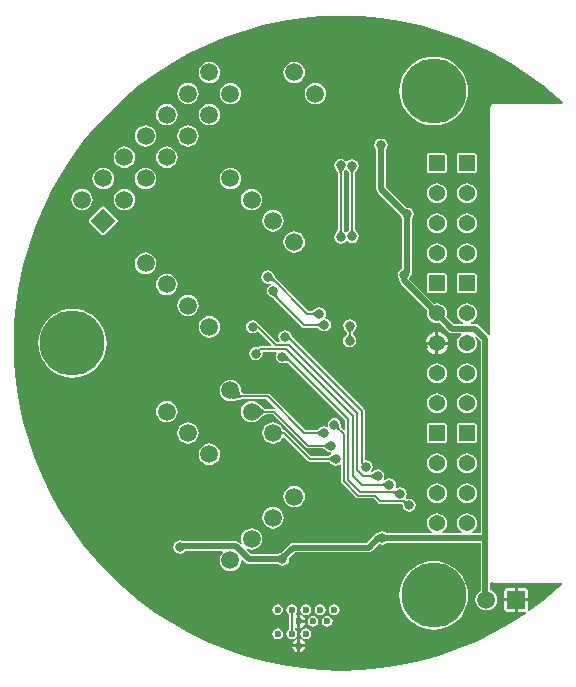
<source format=gbl>
G04*
G04 #@! TF.GenerationSoftware,Altium Limited,Altium Designer,25.1.2 (22)*
G04*
G04 Layer_Physical_Order=2*
G04 Layer_Color=16711680*
%FSLAX44Y44*%
%MOMM*%
G71*
G04*
G04 #@! TF.SameCoordinates,BCEF5572-1F7E-4207-9204-8C5AED3481CC*
G04*
G04*
G04 #@! TF.FilePolarity,Positive*
G04*
G01*
G75*
%ADD10C,0.2000*%
%ADD50C,0.5000*%
%ADD53C,0.1524*%
%ADD54C,0.1530*%
%ADD56C,0.6000*%
%ADD57C,1.5000*%
%ADD58P,2.1213X4X90.0*%
%ADD59R,1.3700X1.3700*%
%ADD60C,1.3700*%
%ADD61C,5.5000*%
%ADD62R,1.5000X1.5000*%
%ADD63C,0.8000*%
G36*
X338394Y343608D02*
X337313Y338965D01*
X332987Y342045D01*
X333065Y342077D01*
X333134Y342156D01*
X333195Y342282D01*
X333247Y342454D01*
X333292Y342673D01*
X333329Y342939D01*
X333377Y343610D01*
X333394Y344468D01*
X338394Y343608D01*
D02*
G37*
G36*
X296738Y556720D02*
X313416Y555204D01*
X329971Y552685D01*
X346344Y549170D01*
X362475Y544673D01*
X378306Y539210D01*
X393777Y532802D01*
X408833Y525471D01*
X423419Y517244D01*
X437482Y508152D01*
X450970Y498227D01*
X463834Y487506D01*
X467550Y484009D01*
X467082Y482828D01*
X409130D01*
X408048Y482613D01*
X407130Y482000D01*
X406517Y481082D01*
X406302Y480000D01*
Y286985D01*
X405032Y286600D01*
X404998Y286651D01*
X396399Y295250D01*
X395068Y296139D01*
X393498Y296451D01*
X390067D01*
X389814Y297721D01*
X390693Y298085D01*
X392442Y299428D01*
X393785Y301177D01*
X394628Y303214D01*
X394916Y305400D01*
X394628Y307586D01*
X393785Y309623D01*
X392442Y311372D01*
X390693Y312715D01*
X388656Y313558D01*
X386470Y313846D01*
X384284Y313558D01*
X382247Y312715D01*
X380498Y311372D01*
X379155Y309623D01*
X378312Y307586D01*
X378024Y305400D01*
X378312Y303214D01*
X379155Y301177D01*
X380498Y299428D01*
X382247Y298085D01*
X383126Y297721D01*
X382873Y296451D01*
X375821D01*
X369179Y303094D01*
X369228Y303214D01*
X369516Y305400D01*
X369228Y307586D01*
X368385Y309623D01*
X367042Y311372D01*
X365293Y312715D01*
X363256Y313558D01*
X361070Y313846D01*
X358884Y313558D01*
X358764Y313508D01*
X337777Y334495D01*
X337724Y334574D01*
X338619Y335913D01*
X339032Y337992D01*
X339703Y338995D01*
X340015Y340565D01*
X339996Y340660D01*
Y343218D01*
X340000Y343234D01*
X339996Y343258D01*
Y343292D01*
X340019Y343329D01*
X339996Y343430D01*
Y385407D01*
X341097Y387054D01*
X341526Y389209D01*
X341097Y391365D01*
X339876Y393192D01*
X338049Y394413D01*
X335894Y394841D01*
X335178Y394699D01*
X317833Y412044D01*
Y443834D01*
X318934Y445482D01*
X319363Y447637D01*
X318934Y449793D01*
X317713Y451620D01*
X315886Y452841D01*
X313731Y453269D01*
X311575Y452841D01*
X309748Y451620D01*
X308527Y449793D01*
X308098Y447637D01*
X308527Y445482D01*
X309628Y443834D01*
Y410344D01*
X309940Y408774D01*
X310830Y407443D01*
X330559Y387714D01*
X330690Y387054D01*
X331791Y385407D01*
Y344784D01*
X331768Y344748D01*
X331791Y344647D01*
Y344606D01*
X331744Y344500D01*
X331729Y343686D01*
X331705Y343360D01*
X331260Y343272D01*
X329433Y342051D01*
X328212Y340224D01*
X327783Y338068D01*
X328212Y335913D01*
X329313Y334266D01*
Y333142D01*
X329625Y331572D01*
X330514Y330241D01*
X331577Y329178D01*
X331754Y328914D01*
X352961Y307706D01*
X352911Y307586D01*
X352624Y305400D01*
X352911Y303214D01*
X353755Y301177D01*
X355098Y299428D01*
X356847Y298085D01*
X358884Y297241D01*
X361070Y296954D01*
X363256Y297241D01*
X363376Y297291D01*
X371220Y289447D01*
X372551Y288558D01*
X374122Y288246D01*
X381374D01*
X381805Y286976D01*
X380498Y285972D01*
X379155Y284223D01*
X378312Y282186D01*
X378024Y280000D01*
X378312Y277814D01*
X379155Y275777D01*
X380498Y274028D01*
X382247Y272685D01*
X384284Y271841D01*
X386470Y271554D01*
X388656Y271841D01*
X390693Y272685D01*
X392442Y274028D01*
X393785Y275777D01*
X394628Y277814D01*
X394916Y280000D01*
X394628Y282186D01*
X393785Y284223D01*
X392992Y285257D01*
X393949Y286096D01*
X397994Y282050D01*
Y119251D01*
X391368D01*
X391001Y120521D01*
X392442Y121628D01*
X393785Y123377D01*
X394628Y125414D01*
X394916Y127600D01*
X394628Y129786D01*
X393785Y131823D01*
X392442Y133572D01*
X390693Y134915D01*
X388656Y135758D01*
X386470Y136046D01*
X384284Y135758D01*
X382247Y134915D01*
X380498Y133572D01*
X379155Y131823D01*
X378312Y129786D01*
X378024Y127600D01*
X378312Y125414D01*
X379155Y123377D01*
X380498Y121628D01*
X381939Y120521D01*
X381572Y119251D01*
X365968D01*
X365601Y120521D01*
X367042Y121628D01*
X368385Y123377D01*
X369228Y125414D01*
X369516Y127600D01*
X369228Y129786D01*
X368385Y131823D01*
X367042Y133572D01*
X365293Y134915D01*
X363256Y135758D01*
X361398Y136003D01*
X361070Y136068D01*
X360742Y136003D01*
X358884Y135758D01*
X356847Y134915D01*
X355098Y133572D01*
X353755Y131823D01*
X352911Y129786D01*
X352624Y127600D01*
X352911Y125414D01*
X353755Y123377D01*
X355098Y121628D01*
X356539Y120521D01*
X356172Y119251D01*
X318475D01*
X316827Y120352D01*
X314672Y120781D01*
X312517Y120352D01*
X310689Y119131D01*
X310673Y119106D01*
X309832Y118939D01*
X308501Y118050D01*
X306411Y115960D01*
X306354Y115922D01*
X306327Y115881D01*
X306279Y115869D01*
X306217Y115766D01*
X301525Y111074D01*
X239478D01*
X237908Y110761D01*
X236577Y109872D01*
X229261Y102557D01*
X228165Y102338D01*
X226518Y101238D01*
X203419D01*
X199682Y104975D01*
X200401Y106052D01*
X201900Y105431D01*
X204256Y105121D01*
X206611Y105431D01*
X208807Y106340D01*
X210692Y107787D01*
X212138Y109672D01*
X213047Y111867D01*
X213358Y114223D01*
X213047Y116579D01*
X212138Y118774D01*
X210692Y120659D01*
X208807Y122105D01*
X206611Y123014D01*
X204256Y123325D01*
X201900Y123014D01*
X199705Y122105D01*
X197820Y120659D01*
X196373Y118774D01*
X195464Y116579D01*
X195154Y114223D01*
X195464Y111867D01*
X196085Y110368D01*
X195008Y109649D01*
X193732Y110925D01*
X192401Y111815D01*
X190831Y112127D01*
X146378D01*
X145782Y112525D01*
X143627Y112954D01*
X141472Y112525D01*
X139644Y111304D01*
X138424Y109477D01*
X137995Y107322D01*
X138424Y105166D01*
X139644Y103339D01*
X141472Y102118D01*
X143627Y101689D01*
X145782Y102118D01*
X147610Y103339D01*
X147999Y103921D01*
X179477D01*
X179754Y103106D01*
X179823Y102651D01*
X178413Y100813D01*
X177503Y98618D01*
X177193Y96262D01*
X177503Y93906D01*
X178413Y91711D01*
X179859Y89826D01*
X181744Y88380D01*
X183939Y87471D01*
X186295Y87160D01*
X188651Y87471D01*
X190846Y88380D01*
X192731Y89826D01*
X194177Y91711D01*
X195087Y93907D01*
X195350Y95906D01*
X196546Y96506D01*
X198819Y94234D01*
X200150Y93344D01*
X201720Y93032D01*
X226518D01*
X228165Y91931D01*
X230320Y91503D01*
X232475Y91931D01*
X234303Y93152D01*
X235524Y94980D01*
X235952Y97135D01*
X235868Y97559D01*
X241178Y102868D01*
X303224D01*
X304794Y103180D01*
X306125Y104070D01*
X311212Y109156D01*
X311268Y109171D01*
X311323Y109264D01*
X311424Y109303D01*
X312008Y109864D01*
X312285Y110100D01*
X312517Y109945D01*
X314672Y109516D01*
X316827Y109945D01*
X318475Y111046D01*
X397994D01*
Y70468D01*
X396362Y69215D01*
X394915Y67330D01*
X394006Y65135D01*
X393696Y62779D01*
X394006Y60424D01*
X394915Y58229D01*
X396362Y56343D01*
X398247Y54897D01*
X400442Y53988D01*
X402798Y53678D01*
X405154Y53988D01*
X407349Y54897D01*
X409234Y56343D01*
X410680Y58229D01*
X411590Y60424D01*
X411900Y62779D01*
X411590Y65135D01*
X410680Y67330D01*
X409234Y69215D01*
X407349Y70662D01*
X406199Y71138D01*
Y77211D01*
X406352Y77340D01*
X407469Y77773D01*
X408048Y77387D01*
X409130Y77172D01*
X467081Y77171D01*
X467549Y75990D01*
X463834Y72494D01*
X450970Y61773D01*
X438981Y52951D01*
X438750Y52990D01*
X438110Y54250D01*
X438109Y54384D01*
X438288Y55279D01*
Y61509D01*
X429468D01*
Y52690D01*
X435698D01*
X436125Y52775D01*
X436895Y52132D01*
X437121Y51764D01*
X437054Y51571D01*
X423419Y42756D01*
X408833Y34529D01*
X393777Y27198D01*
X378306Y20790D01*
X362475Y15327D01*
X346344Y10830D01*
X329971Y7315D01*
X313416Y4796D01*
X296738Y3280D01*
X280000Y2774D01*
X263262Y3280D01*
X246584Y4796D01*
X230029Y7315D01*
X213656Y10830D01*
X197525Y15327D01*
X181695Y20790D01*
X166223Y27198D01*
X151167Y34529D01*
X136581Y42756D01*
X122518Y51848D01*
X109030Y61773D01*
X96166Y72494D01*
X83972Y83972D01*
X72494Y96166D01*
X61773Y109030D01*
X51848Y122518D01*
X42756Y136581D01*
X34529Y151167D01*
X27198Y166223D01*
X20790Y181695D01*
X15327Y197525D01*
X10830Y213656D01*
X7315Y230029D01*
X4796Y246584D01*
X3280Y263262D01*
X2774Y280000D01*
X3280Y296738D01*
X4796Y313416D01*
X7315Y329971D01*
X10830Y346344D01*
X15327Y362475D01*
X20790Y378306D01*
X27198Y393777D01*
X34529Y408833D01*
X42756Y423419D01*
X51848Y437482D01*
X61773Y450970D01*
X72494Y463834D01*
X83972Y476028D01*
X96166Y487506D01*
X109030Y498227D01*
X122518Y508152D01*
X136581Y517244D01*
X151167Y525471D01*
X166223Y532802D01*
X181695Y539210D01*
X197525Y544673D01*
X213656Y549170D01*
X230029Y552685D01*
X246584Y555204D01*
X263262Y556720D01*
X280000Y557225D01*
X296738Y556720D01*
D02*
G37*
G36*
X312327Y111908D02*
X312241Y111941D01*
X312128Y111936D01*
X311989Y111892D01*
X311824Y111809D01*
X311633Y111687D01*
X311416Y111526D01*
X310902Y111087D01*
X310282Y110493D01*
X307264Y114546D01*
X311214Y117159D01*
X312327Y111908D01*
D02*
G37*
%LPC*%
G36*
X240177Y518456D02*
X237821Y518146D01*
X235626Y517237D01*
X233741Y515790D01*
X232294Y513905D01*
X231385Y511710D01*
X231075Y509354D01*
X231385Y506998D01*
X232294Y504803D01*
X233741Y502918D01*
X235626Y501472D01*
X237821Y500562D01*
X240177Y500252D01*
X242532Y500562D01*
X244728Y501472D01*
X246613Y502918D01*
X248059Y504803D01*
X248968Y506998D01*
X249279Y509354D01*
X248968Y511710D01*
X248059Y513905D01*
X246613Y515790D01*
X244728Y517237D01*
X242532Y518146D01*
X240177Y518456D01*
D02*
G37*
G36*
X168335D02*
X165979Y518146D01*
X163784Y517237D01*
X161899Y515790D01*
X160452Y513905D01*
X159543Y511710D01*
X159233Y509354D01*
X159543Y506998D01*
X160452Y504803D01*
X161899Y502918D01*
X163784Y501472D01*
X165979Y500562D01*
X168335Y500252D01*
X170690Y500562D01*
X172885Y501472D01*
X174771Y502918D01*
X176217Y504803D01*
X177126Y506998D01*
X177436Y509354D01*
X177126Y511710D01*
X176217Y513905D01*
X174771Y515790D01*
X172885Y517237D01*
X170690Y518146D01*
X168335Y518456D01*
D02*
G37*
G36*
X186295Y500495D02*
X183939Y500185D01*
X181744Y499276D01*
X179859Y497830D01*
X178413Y495945D01*
X177503Y493749D01*
X177193Y491394D01*
X177503Y489038D01*
X178413Y486843D01*
X179859Y484958D01*
X181744Y483511D01*
X183939Y482602D01*
X186295Y482292D01*
X188651Y482602D01*
X190846Y483511D01*
X192731Y484958D01*
X194177Y486843D01*
X195087Y489038D01*
X195397Y491394D01*
X195087Y493749D01*
X194177Y495945D01*
X192731Y497830D01*
X190846Y499276D01*
X188651Y500185D01*
X186295Y500495D01*
D02*
G37*
G36*
X150374D02*
X148018Y500185D01*
X145823Y499276D01*
X143938Y497830D01*
X142492Y495945D01*
X141582Y493749D01*
X141272Y491394D01*
X141582Y489038D01*
X142492Y486843D01*
X143938Y484958D01*
X145823Y483511D01*
X148018Y482602D01*
X150374Y482292D01*
X152730Y482602D01*
X154925Y483511D01*
X156810Y484958D01*
X158257Y486843D01*
X159166Y489038D01*
X159476Y491394D01*
X159166Y493749D01*
X158257Y495945D01*
X156810Y497830D01*
X154925Y499276D01*
X152730Y500185D01*
X150374Y500495D01*
D02*
G37*
G36*
X258137Y500495D02*
X255781Y500185D01*
X253586Y499276D01*
X251701Y497830D01*
X250255Y495945D01*
X249345Y493749D01*
X249035Y491394D01*
X249345Y489038D01*
X250255Y486843D01*
X251701Y484958D01*
X253586Y483511D01*
X255781Y482602D01*
X258137Y482292D01*
X260493Y482602D01*
X262688Y483511D01*
X264573Y484958D01*
X266020Y486843D01*
X266929Y489038D01*
X267239Y491394D01*
X266929Y493749D01*
X266020Y495945D01*
X264573Y497830D01*
X262688Y499276D01*
X260493Y500185D01*
X258137Y500495D01*
D02*
G37*
G36*
X358374Y522687D02*
X353820Y522329D01*
X349378Y521263D01*
X345157Y519514D01*
X341261Y517127D01*
X337788Y514160D01*
X334821Y510686D01*
X332434Y506791D01*
X330685Y502570D01*
X329619Y498128D01*
X329260Y493574D01*
X329619Y489019D01*
X330685Y484577D01*
X332434Y480356D01*
X334821Y476461D01*
X337788Y472987D01*
X341261Y470020D01*
X345157Y467633D01*
X349378Y465885D01*
X353820Y464818D01*
X358374Y464460D01*
X362929Y464818D01*
X367371Y465885D01*
X371591Y467633D01*
X375487Y470020D01*
X378961Y472987D01*
X381928Y476461D01*
X384315Y480356D01*
X386063Y484577D01*
X387129Y489019D01*
X387488Y493574D01*
X387129Y498128D01*
X386063Y502570D01*
X384315Y506791D01*
X381928Y510686D01*
X378961Y514160D01*
X375487Y517127D01*
X371591Y519514D01*
X367371Y521263D01*
X362929Y522329D01*
X358374Y522687D01*
D02*
G37*
G36*
X168335Y482535D02*
X165979Y482225D01*
X163784Y481315D01*
X161899Y479869D01*
X160452Y477984D01*
X159543Y475789D01*
X159233Y473433D01*
X159543Y471077D01*
X160452Y468882D01*
X161899Y466997D01*
X163784Y465551D01*
X165979Y464641D01*
X168335Y464331D01*
X170690Y464641D01*
X172885Y465551D01*
X174771Y466997D01*
X176217Y468882D01*
X177126Y471077D01*
X177436Y473433D01*
X177126Y475789D01*
X176217Y477984D01*
X174771Y479869D01*
X172885Y481315D01*
X170690Y482225D01*
X168335Y482535D01*
D02*
G37*
G36*
X132414D02*
X130058Y482225D01*
X127863Y481315D01*
X125978Y479869D01*
X124531Y477984D01*
X123622Y475789D01*
X123312Y473433D01*
X123622Y471077D01*
X124531Y468882D01*
X125978Y466997D01*
X127863Y465551D01*
X130058Y464641D01*
X132414Y464331D01*
X134769Y464641D01*
X136965Y465551D01*
X138849Y466997D01*
X140296Y468882D01*
X141205Y471077D01*
X141515Y473433D01*
X141205Y475789D01*
X140296Y477984D01*
X138849Y479869D01*
X136965Y481315D01*
X134769Y482225D01*
X132414Y482535D01*
D02*
G37*
G36*
X150374Y464574D02*
X148018Y464264D01*
X145823Y463355D01*
X143938Y461909D01*
X142492Y460023D01*
X141582Y457828D01*
X141272Y455473D01*
X141582Y453117D01*
X142492Y450922D01*
X143938Y449037D01*
X145823Y447590D01*
X148018Y446681D01*
X150374Y446371D01*
X152730Y446681D01*
X154925Y447590D01*
X156810Y449037D01*
X158257Y450922D01*
X159166Y453117D01*
X159476Y455473D01*
X159166Y457828D01*
X158257Y460023D01*
X156810Y461909D01*
X154925Y463355D01*
X152730Y464264D01*
X150374Y464574D01*
D02*
G37*
G36*
X114453D02*
X112097Y464264D01*
X109902Y463355D01*
X108017Y461909D01*
X106571Y460023D01*
X105661Y457828D01*
X105351Y455473D01*
X105661Y453117D01*
X106571Y450922D01*
X108017Y449037D01*
X109902Y447590D01*
X112097Y446681D01*
X114453Y446371D01*
X116809Y446681D01*
X119004Y447590D01*
X120889Y449037D01*
X122336Y450922D01*
X123245Y453117D01*
X123555Y455473D01*
X123245Y457828D01*
X122336Y460023D01*
X120889Y461909D01*
X119004Y463355D01*
X116809Y464264D01*
X114453Y464574D01*
D02*
G37*
G36*
X132414Y446614D02*
X130058Y446304D01*
X127863Y445395D01*
X125978Y443948D01*
X124531Y442063D01*
X123622Y439868D01*
X123312Y437512D01*
X123622Y435156D01*
X124531Y432961D01*
X125978Y431076D01*
X127863Y429630D01*
X130058Y428720D01*
X132414Y428410D01*
X134769Y428720D01*
X136965Y429630D01*
X138849Y431076D01*
X140296Y432961D01*
X141205Y435156D01*
X141515Y437512D01*
X141205Y439868D01*
X140296Y442063D01*
X138849Y443948D01*
X136965Y445395D01*
X134769Y446304D01*
X132414Y446614D01*
D02*
G37*
G36*
X96493D02*
X94137Y446304D01*
X91942Y445395D01*
X90057Y443948D01*
X88610Y442063D01*
X87701Y439868D01*
X87391Y437512D01*
X87701Y435156D01*
X88610Y432961D01*
X90057Y431076D01*
X91942Y429630D01*
X94137Y428720D01*
X96493Y428410D01*
X98848Y428720D01*
X101044Y429630D01*
X102928Y431076D01*
X104375Y432961D01*
X105284Y435156D01*
X105594Y437512D01*
X105284Y439868D01*
X104375Y442063D01*
X102928Y443948D01*
X101044Y445395D01*
X98848Y446304D01*
X96493Y446614D01*
D02*
G37*
G36*
X393320Y440900D02*
X379620D01*
X378454Y440416D01*
X377970Y439250D01*
Y425550D01*
X378454Y424384D01*
X379620Y423900D01*
X393320D01*
X394486Y424384D01*
X394970Y425550D01*
Y439250D01*
X394486Y440416D01*
X393320Y440900D01*
D02*
G37*
G36*
X367920D02*
X354220D01*
X353054Y440416D01*
X352570Y439250D01*
Y425550D01*
X353054Y424384D01*
X354220Y423900D01*
X367920D01*
X369086Y424384D01*
X369570Y425550D01*
Y439250D01*
X369086Y440416D01*
X367920Y440900D01*
D02*
G37*
G36*
X114453Y428653D02*
X112097Y428343D01*
X109902Y427434D01*
X108017Y425988D01*
X106571Y424103D01*
X105661Y421907D01*
X105351Y419552D01*
X105661Y417196D01*
X106571Y415001D01*
X108017Y413116D01*
X109902Y411669D01*
X112097Y410760D01*
X114453Y410450D01*
X116809Y410760D01*
X119004Y411669D01*
X120889Y413116D01*
X122336Y415001D01*
X123245Y417196D01*
X123555Y419552D01*
X123245Y421907D01*
X122336Y424103D01*
X120889Y425988D01*
X119004Y427434D01*
X116809Y428343D01*
X114453Y428653D01*
D02*
G37*
G36*
X78532D02*
X76176Y428343D01*
X73981Y427434D01*
X72096Y425988D01*
X70650Y424103D01*
X69740Y421907D01*
X69430Y419552D01*
X69740Y417196D01*
X70650Y415001D01*
X72096Y413116D01*
X73981Y411669D01*
X76176Y410760D01*
X78532Y410450D01*
X80888Y410760D01*
X83083Y411669D01*
X84968Y413116D01*
X86414Y415001D01*
X87324Y417196D01*
X87634Y419552D01*
X87324Y421907D01*
X86414Y424103D01*
X84968Y425988D01*
X83083Y427434D01*
X80888Y428343D01*
X78532Y428653D01*
D02*
G37*
G36*
X186295Y428653D02*
X183939Y428343D01*
X181744Y427434D01*
X179859Y425988D01*
X178413Y424103D01*
X177503Y421907D01*
X177193Y419552D01*
X177503Y417196D01*
X178413Y415001D01*
X179859Y413116D01*
X181744Y411669D01*
X183939Y410760D01*
X186295Y410450D01*
X188651Y410760D01*
X190846Y411669D01*
X192731Y413116D01*
X194177Y415001D01*
X195087Y417196D01*
X195397Y419552D01*
X195087Y421907D01*
X194177Y424103D01*
X192731Y425988D01*
X190846Y427434D01*
X188651Y428343D01*
X186295Y428653D01*
D02*
G37*
G36*
X386470Y415446D02*
X384284Y415159D01*
X382247Y414315D01*
X380498Y412972D01*
X379155Y411223D01*
X378312Y409186D01*
X378024Y407000D01*
X378312Y404814D01*
X379155Y402777D01*
X380498Y401028D01*
X382247Y399685D01*
X384284Y398842D01*
X386470Y398554D01*
X388656Y398842D01*
X390693Y399685D01*
X392442Y401028D01*
X393785Y402777D01*
X394628Y404814D01*
X394916Y407000D01*
X394628Y409186D01*
X393785Y411223D01*
X392442Y412972D01*
X390693Y414315D01*
X388656Y415159D01*
X386470Y415446D01*
D02*
G37*
G36*
X361070D02*
X358884Y415159D01*
X356847Y414315D01*
X355098Y412972D01*
X353755Y411223D01*
X352911Y409186D01*
X352624Y407000D01*
X352911Y404814D01*
X353755Y402777D01*
X355098Y401028D01*
X356847Y399685D01*
X358884Y398842D01*
X361070Y398554D01*
X363256Y398842D01*
X365293Y399685D01*
X367042Y401028D01*
X368385Y402777D01*
X369228Y404814D01*
X369516Y407000D01*
X369228Y409186D01*
X368385Y411223D01*
X367042Y412972D01*
X365293Y414315D01*
X363256Y415159D01*
X361070Y415446D01*
D02*
G37*
G36*
X96493Y410693D02*
X94137Y410383D01*
X91942Y409473D01*
X90057Y408027D01*
X88610Y406142D01*
X87701Y403947D01*
X87391Y401591D01*
X87701Y399235D01*
X88610Y397040D01*
X90057Y395155D01*
X91942Y393709D01*
X94137Y392799D01*
X96493Y392489D01*
X98848Y392799D01*
X101044Y393709D01*
X102928Y395155D01*
X104375Y397040D01*
X105284Y399235D01*
X105594Y401591D01*
X105284Y403947D01*
X104375Y406142D01*
X102928Y408027D01*
X101044Y409473D01*
X98848Y410383D01*
X96493Y410693D01*
D02*
G37*
G36*
X60571D02*
X58216Y410383D01*
X56021Y409473D01*
X54135Y408027D01*
X52689Y406142D01*
X51780Y403947D01*
X51470Y401591D01*
X51780Y399235D01*
X52689Y397040D01*
X54135Y395155D01*
X56021Y393709D01*
X58216Y392799D01*
X60571Y392489D01*
X62927Y392799D01*
X65122Y393709D01*
X67007Y395155D01*
X68454Y397040D01*
X69363Y399235D01*
X69673Y401591D01*
X69363Y403947D01*
X68454Y406142D01*
X67007Y408027D01*
X65122Y409473D01*
X62927Y410383D01*
X60571Y410693D01*
D02*
G37*
G36*
X204256Y410693D02*
X201900Y410383D01*
X199705Y409473D01*
X197820Y408027D01*
X196373Y406142D01*
X195464Y403947D01*
X195154Y401591D01*
X195464Y399235D01*
X196373Y397040D01*
X197820Y395155D01*
X199705Y393709D01*
X201900Y392799D01*
X204256Y392489D01*
X206611Y392799D01*
X208807Y393709D01*
X210692Y395155D01*
X212138Y397040D01*
X213047Y399235D01*
X213358Y401591D01*
X213047Y403947D01*
X212138Y406142D01*
X210692Y408027D01*
X208807Y409473D01*
X206611Y410383D01*
X204256Y410693D01*
D02*
G37*
G36*
X222216Y392732D02*
X219860Y392422D01*
X217665Y391513D01*
X215780Y390066D01*
X214334Y388181D01*
X213424Y385986D01*
X213114Y383630D01*
X213424Y381275D01*
X214334Y379080D01*
X215780Y377195D01*
X217665Y375748D01*
X219860Y374839D01*
X222216Y374529D01*
X224572Y374839D01*
X226767Y375748D01*
X228652Y377195D01*
X230099Y379080D01*
X231008Y381275D01*
X231318Y383630D01*
X231008Y385986D01*
X230099Y388181D01*
X228652Y390066D01*
X226767Y391513D01*
X224572Y392422D01*
X222216Y392732D01*
D02*
G37*
G36*
X386470Y390046D02*
X384284Y389758D01*
X382247Y388915D01*
X380498Y387572D01*
X379155Y385823D01*
X378312Y383786D01*
X378024Y381600D01*
X378312Y379414D01*
X379155Y377377D01*
X380498Y375628D01*
X382247Y374285D01*
X384284Y373442D01*
X386470Y373154D01*
X388656Y373442D01*
X390693Y374285D01*
X392442Y375628D01*
X393785Y377377D01*
X394628Y379414D01*
X394916Y381600D01*
X394628Y383786D01*
X393785Y385823D01*
X392442Y387572D01*
X390693Y388915D01*
X388656Y389758D01*
X386470Y390046D01*
D02*
G37*
G36*
X361070D02*
X358884Y389758D01*
X356847Y388915D01*
X355098Y387572D01*
X353755Y385823D01*
X352911Y383786D01*
X352624Y381600D01*
X352911Y379414D01*
X353755Y377377D01*
X355098Y375628D01*
X356847Y374285D01*
X358884Y373442D01*
X361070Y373154D01*
X363256Y373442D01*
X365293Y374285D01*
X367042Y375628D01*
X368385Y377377D01*
X369228Y379414D01*
X369516Y381600D01*
X369228Y383786D01*
X368385Y385823D01*
X367042Y387572D01*
X365293Y388915D01*
X363256Y389758D01*
X361070Y390046D01*
D02*
G37*
G36*
X78532Y395887D02*
X77366Y395404D01*
X66759Y384797D01*
X66276Y383630D01*
X66759Y382464D01*
X77366Y371857D01*
X78532Y371374D01*
X79698Y371857D01*
X90305Y382464D01*
X90788Y383630D01*
X90305Y384797D01*
X79698Y395404D01*
X78532Y395887D01*
D02*
G37*
G36*
X279610Y436209D02*
X277454Y435780D01*
X275627Y434560D01*
X274406Y432732D01*
X273977Y430577D01*
X274406Y428422D01*
X275603Y426630D01*
X275627Y426571D01*
X275939Y426250D01*
X276185Y425969D01*
X276392Y425702D01*
X276563Y425450D01*
X276698Y425216D01*
X276801Y425000D01*
X276875Y424803D01*
X276922Y424623D01*
X276949Y424459D01*
X276962Y424215D01*
X277036Y424061D01*
Y376205D01*
X276962Y376051D01*
X276949Y375809D01*
X276923Y375641D01*
X276874Y375457D01*
X276800Y375253D01*
X276696Y375029D01*
X276560Y374785D01*
X276403Y374544D01*
X275922Y373936D01*
X275629Y373619D01*
X275569Y373454D01*
X274513Y371874D01*
X274084Y369719D01*
X274513Y367564D01*
X275734Y365736D01*
X277561Y364515D01*
X279716Y364087D01*
X281872Y364515D01*
X283699Y365736D01*
X284111Y366353D01*
X285258D01*
X287085Y365132D01*
X289241Y364703D01*
X291396Y365132D01*
X293223Y366353D01*
X294444Y368180D01*
X294873Y370336D01*
X294444Y372491D01*
X293223Y374318D01*
X293150Y374367D01*
X293116Y374446D01*
X292801Y374754D01*
X292554Y375023D01*
X292347Y375279D01*
X292177Y375519D01*
X292043Y375745D01*
X291941Y375952D01*
X291869Y376143D01*
X291821Y376317D01*
X291794Y376480D01*
X291781Y376725D01*
X291707Y376878D01*
Y423688D01*
X291781Y423842D01*
X291794Y424086D01*
X291821Y424250D01*
X291869Y424430D01*
X291942Y424627D01*
X292045Y424843D01*
X292180Y425077D01*
X292337Y425308D01*
X292821Y425894D01*
X293116Y426198D01*
X293140Y426257D01*
X294337Y428049D01*
X294766Y430204D01*
X294337Y432360D01*
X293116Y434187D01*
X291289Y435408D01*
X289134Y435836D01*
X286978Y435408D01*
X285151Y434187D01*
X285131Y434157D01*
X283861D01*
X283592Y434560D01*
X281765Y435780D01*
X279610Y436209D01*
D02*
G37*
G36*
X240177Y374772D02*
X237821Y374462D01*
X235626Y373552D01*
X233741Y372106D01*
X232294Y370221D01*
X231385Y368026D01*
X231075Y365670D01*
X231385Y363314D01*
X232294Y361119D01*
X233741Y359234D01*
X235626Y357788D01*
X237821Y356878D01*
X240177Y356568D01*
X242532Y356878D01*
X244728Y357788D01*
X246613Y359234D01*
X248059Y361119D01*
X248968Y363314D01*
X249279Y365670D01*
X248968Y368026D01*
X248059Y370221D01*
X246613Y372106D01*
X244728Y373552D01*
X242532Y374462D01*
X240177Y374772D01*
D02*
G37*
G36*
X386470Y364646D02*
X384284Y364358D01*
X382247Y363515D01*
X380498Y362172D01*
X379155Y360423D01*
X378312Y358386D01*
X378024Y356200D01*
X378312Y354014D01*
X379155Y351977D01*
X380498Y350228D01*
X382247Y348885D01*
X384284Y348041D01*
X386470Y347754D01*
X388656Y348041D01*
X390693Y348885D01*
X392442Y350228D01*
X393785Y351977D01*
X394628Y354014D01*
X394916Y356200D01*
X394628Y358386D01*
X393785Y360423D01*
X392442Y362172D01*
X390693Y363515D01*
X388656Y364358D01*
X386470Y364646D01*
D02*
G37*
G36*
X361070D02*
X358884Y364358D01*
X356847Y363515D01*
X355098Y362172D01*
X353755Y360423D01*
X352911Y358386D01*
X352624Y356200D01*
X352911Y354014D01*
X353755Y351977D01*
X355098Y350228D01*
X356847Y348885D01*
X358884Y348041D01*
X361070Y347754D01*
X363256Y348041D01*
X365293Y348885D01*
X367042Y350228D01*
X368385Y351977D01*
X369228Y354014D01*
X369516Y356200D01*
X369228Y358386D01*
X368385Y360423D01*
X367042Y362172D01*
X365293Y363515D01*
X363256Y364358D01*
X361070Y364646D01*
D02*
G37*
G36*
X114453Y356811D02*
X112097Y356501D01*
X109902Y355592D01*
X108017Y354146D01*
X106571Y352260D01*
X105661Y350065D01*
X105351Y347710D01*
X105661Y345354D01*
X106571Y343158D01*
X108017Y341273D01*
X109902Y339827D01*
X112097Y338918D01*
X114453Y338608D01*
X116809Y338918D01*
X119004Y339827D01*
X120889Y341273D01*
X122336Y343158D01*
X123245Y345354D01*
X123555Y347710D01*
X123245Y350065D01*
X122336Y352260D01*
X120889Y354146D01*
X119004Y355592D01*
X116809Y356501D01*
X114453Y356811D01*
D02*
G37*
G36*
X393320Y339300D02*
X379620D01*
X378454Y338816D01*
X377970Y337650D01*
Y323950D01*
X378454Y322784D01*
X379620Y322300D01*
X393320D01*
X394486Y322784D01*
X394970Y323950D01*
Y337650D01*
X394486Y338816D01*
X393320Y339300D01*
D02*
G37*
G36*
X367915D02*
X354215D01*
X353049Y338816D01*
X352566Y337650D01*
Y323950D01*
X353049Y322784D01*
X354215Y322300D01*
X367915D01*
X369082Y322784D01*
X369565Y323950D01*
Y337650D01*
X369082Y338816D01*
X367915Y339300D01*
D02*
G37*
G36*
X132414Y338851D02*
X130058Y338541D01*
X127863Y337631D01*
X125978Y336185D01*
X124531Y334300D01*
X123622Y332105D01*
X123312Y329749D01*
X123622Y327393D01*
X124531Y325198D01*
X125978Y323313D01*
X127863Y321867D01*
X130058Y320957D01*
X132414Y320647D01*
X134769Y320957D01*
X136965Y321867D01*
X138849Y323313D01*
X140296Y325198D01*
X141205Y327393D01*
X141515Y329749D01*
X141205Y332105D01*
X140296Y334300D01*
X138849Y336185D01*
X136965Y337631D01*
X134769Y338541D01*
X132414Y338851D01*
D02*
G37*
G36*
X150374Y320890D02*
X148018Y320580D01*
X145823Y319671D01*
X143938Y318225D01*
X142492Y316339D01*
X141582Y314144D01*
X141272Y311789D01*
X141582Y309433D01*
X142492Y307237D01*
X143938Y305352D01*
X145823Y303906D01*
X148018Y302997D01*
X150374Y302687D01*
X152730Y302997D01*
X154925Y303906D01*
X156810Y305352D01*
X158257Y307237D01*
X159166Y309433D01*
X159476Y311789D01*
X159166Y314144D01*
X158257Y316339D01*
X156810Y318225D01*
X154925Y319671D01*
X152730Y320580D01*
X150374Y320890D01*
D02*
G37*
G36*
X217767Y341562D02*
X215612Y341134D01*
X213785Y339913D01*
X212564Y338086D01*
X212135Y335930D01*
X212564Y333775D01*
X213785Y331948D01*
X215612Y330727D01*
X217767Y330298D01*
X219923Y330727D01*
X220395Y329624D01*
X218660Y328465D01*
X217439Y326638D01*
X217010Y324482D01*
X217439Y322327D01*
X218660Y320500D01*
X219924Y319655D01*
X220107Y319434D01*
X220117Y319433D01*
X220124Y319425D01*
X220975Y318988D01*
X222019Y318382D01*
X222261Y318222D01*
X222730Y317877D01*
X222885Y317746D01*
X223055Y317587D01*
X223226Y317522D01*
X223251Y317497D01*
X223351Y317365D01*
X223388Y317360D01*
X247018Y293730D01*
X247853Y293172D01*
X248838Y292976D01*
X259269D01*
X259422Y292902D01*
X259666Y292889D01*
X259831Y292862D01*
X260011Y292815D01*
X260208Y292741D01*
X260424Y292638D01*
X260658Y292503D01*
X260889Y292346D01*
X261474Y291863D01*
X261778Y291567D01*
X261838Y291543D01*
X263629Y290346D01*
X265785Y289917D01*
X267940Y290346D01*
X269767Y291567D01*
X270988Y293394D01*
X271417Y295550D01*
X270988Y297705D01*
X269767Y299532D01*
X267940Y300753D01*
X267077Y300925D01*
X266492Y302336D01*
X266789Y302781D01*
X267218Y304936D01*
X266789Y307092D01*
X265568Y308919D01*
X263741Y310140D01*
X261586Y310568D01*
X259430Y310140D01*
X257639Y308943D01*
X257579Y308919D01*
X257258Y308607D01*
X256977Y308361D01*
X256711Y308153D01*
X256459Y307983D01*
X256225Y307847D01*
X256009Y307745D01*
X255812Y307671D01*
X255632Y307623D01*
X255467Y307596D01*
X255223Y307583D01*
X255070Y307510D01*
X252481D01*
X224905Y335085D01*
X224902Y335109D01*
X224805Y335185D01*
X224732Y335258D01*
X224668Y335429D01*
X224527Y335579D01*
X224212Y335976D01*
X224084Y336161D01*
X223066Y337956D01*
X222857Y338381D01*
X222846Y338392D01*
X222845Y338408D01*
X222638Y338583D01*
X221750Y339913D01*
X219923Y341134D01*
X217767Y341562D01*
D02*
G37*
G36*
X168335Y302930D02*
X165979Y302620D01*
X163784Y301710D01*
X161899Y300264D01*
X160452Y298379D01*
X159543Y296184D01*
X159233Y293828D01*
X159543Y291472D01*
X160452Y289277D01*
X161899Y287392D01*
X163784Y285945D01*
X165979Y285036D01*
X168335Y284726D01*
X170690Y285036D01*
X172885Y285945D01*
X174771Y287392D01*
X176217Y289277D01*
X177126Y291472D01*
X177436Y293828D01*
X177126Y296184D01*
X176217Y298379D01*
X174771Y300264D01*
X172885Y301710D01*
X170690Y302620D01*
X168335Y302930D01*
D02*
G37*
G36*
X362340Y289304D02*
Y281270D01*
X370374D01*
X370218Y282451D01*
X369272Y284735D01*
X367767Y286697D01*
X365806Y288202D01*
X363521Y289148D01*
X362340Y289304D01*
D02*
G37*
G36*
X359800D02*
X358619Y289148D01*
X356334Y288202D01*
X354373Y286697D01*
X352868Y284735D01*
X351922Y282451D01*
X351766Y281270D01*
X359800D01*
Y289304D01*
D02*
G37*
G36*
X204989Y299534D02*
X202834Y299105D01*
X201006Y297885D01*
X199785Y296057D01*
X199357Y293902D01*
X199785Y291747D01*
X201006Y289919D01*
X202834Y288698D01*
X204989Y288270D01*
X207144Y288698D01*
X208972Y289919D01*
X209653Y289986D01*
X220802Y278838D01*
X220316Y277664D01*
X211426D01*
X210441Y277468D01*
X209944Y277136D01*
X209598Y277008D01*
X209261Y276695D01*
X209176Y276627D01*
X209151Y276637D01*
X209111Y276618D01*
X207789Y276881D01*
X205634Y276453D01*
X203807Y275232D01*
X202586Y273405D01*
X202157Y271249D01*
X202586Y269094D01*
X203807Y267267D01*
X205634Y266046D01*
X207789Y265617D01*
X209945Y266046D01*
X211772Y267267D01*
X212993Y269094D01*
X213421Y271249D01*
X213365Y271536D01*
X214170Y272518D01*
X224919D01*
X225517Y271397D01*
X225066Y270722D01*
X224638Y268567D01*
X225066Y266411D01*
X226287Y264584D01*
X228114Y263363D01*
X230270Y262935D01*
X232425Y263363D01*
X232718Y263559D01*
X232904Y263570D01*
X233193Y263711D01*
X233381Y263781D01*
X233529Y263817D01*
X233640Y263830D01*
X233723Y263827D01*
X233791Y263815D01*
X233861Y263791D01*
X233945Y263748D01*
X234051Y263675D01*
X234246Y263500D01*
X234406Y263444D01*
X283261Y214589D01*
Y206991D01*
X282088Y206505D01*
X280512Y208081D01*
X280457Y208245D01*
X280328Y208393D01*
X280261Y208491D01*
X280187Y208635D01*
X280110Y208829D01*
X280036Y209073D01*
X279970Y209369D01*
X279919Y209694D01*
X279854Y210570D01*
X279849Y211067D01*
X279826Y211121D01*
X279403Y213248D01*
X278183Y215075D01*
X276355Y216296D01*
X274200Y216724D01*
X272045Y216296D01*
X270217Y215075D01*
X268996Y213248D01*
X268568Y211092D01*
X268794Y209953D01*
X267651Y209189D01*
X267523Y209275D01*
X265368Y209703D01*
X263212Y209275D01*
X261454Y208100D01*
X261379Y208071D01*
X260644Y207379D01*
X260351Y207139D01*
X260069Y206933D01*
X259813Y206770D01*
X259588Y206649D01*
X259397Y206567D01*
X259242Y206518D01*
X259126Y206495D01*
X258930Y206482D01*
X258775Y206405D01*
X249578D01*
X219400Y236583D01*
X218643Y237089D01*
X217749Y237267D01*
X197255D01*
X197108Y237342D01*
X196686Y237376D01*
X196478Y237431D01*
X196324Y237508D01*
X196186Y237618D01*
X196039Y237792D01*
X195882Y238064D01*
X195729Y238452D01*
X195595Y238963D01*
X195495Y239595D01*
X195433Y240398D01*
X195418Y240427D01*
X195427Y240459D01*
X195299Y240689D01*
X195087Y242302D01*
X194177Y244497D01*
X192731Y246382D01*
X190846Y247829D01*
X188651Y248738D01*
X186295Y249048D01*
X183939Y248738D01*
X181744Y247829D01*
X179859Y246382D01*
X178413Y244497D01*
X177503Y242302D01*
X177193Y239946D01*
X177503Y237591D01*
X178413Y235396D01*
X179859Y233510D01*
X181744Y232064D01*
X183939Y231155D01*
X186295Y230845D01*
X187595Y231016D01*
X187871Y230937D01*
X187925Y230967D01*
X187985Y230954D01*
X193431Y231972D01*
X196492Y232520D01*
X196576Y232531D01*
X196696Y232599D01*
X216783D01*
X224034Y225348D01*
X223373Y224212D01*
X222833Y224320D01*
X216513D01*
X216375Y224393D01*
X216046Y224425D01*
X215770Y224498D01*
X215392Y224652D01*
X214926Y224897D01*
X214386Y225239D01*
X213807Y225658D01*
X211594Y227591D01*
X210775Y228406D01*
X210641Y228461D01*
X208807Y229868D01*
X206611Y230778D01*
X204256Y231088D01*
X201900Y230778D01*
X199705Y229868D01*
X197820Y228422D01*
X196373Y226537D01*
X195464Y224342D01*
X195154Y221986D01*
X195464Y219630D01*
X196373Y217435D01*
X197820Y215550D01*
X199705Y214104D01*
X201900Y213194D01*
X204256Y212884D01*
X206611Y213194D01*
X208807Y214104D01*
X210641Y215511D01*
X210775Y215566D01*
X211615Y216401D01*
X212378Y217116D01*
X213794Y218305D01*
X214386Y218733D01*
X214926Y219074D01*
X215392Y219320D01*
X215770Y219474D01*
X216046Y219547D01*
X216375Y219579D01*
X216513Y219652D01*
X221866D01*
X249993Y191525D01*
X250751Y191019D01*
X251644Y190842D01*
X251644Y190842D01*
X264427D01*
X264582Y190765D01*
X264778Y190751D01*
X264895Y190728D01*
X265049Y190679D01*
X265240Y190597D01*
X265465Y190477D01*
X265721Y190314D01*
X265987Y190120D01*
X266652Y189547D01*
X267007Y189198D01*
X267061Y189177D01*
X268864Y187972D01*
X271020Y187543D01*
X271345Y186313D01*
X271305Y186070D01*
X270571Y185377D01*
X270277Y185137D01*
X269995Y184931D01*
X269739Y184768D01*
X269514Y184648D01*
X269323Y184565D01*
X269168Y184517D01*
X269052Y184494D01*
X268856Y184480D01*
X268701Y184403D01*
X254396D01*
X233124Y205676D01*
X232367Y206182D01*
X231474Y206359D01*
X231011D01*
X231008Y206381D01*
X230099Y208576D01*
X228652Y210461D01*
X226767Y211908D01*
X224572Y212817D01*
X222216Y213127D01*
X219860Y212817D01*
X217665Y211908D01*
X215780Y210461D01*
X214334Y208576D01*
X213424Y206381D01*
X213114Y204025D01*
X213424Y201670D01*
X214334Y199475D01*
X215780Y197589D01*
X217665Y196143D01*
X219860Y195234D01*
X222216Y194924D01*
X224572Y195234D01*
X226767Y196143D01*
X228652Y197589D01*
X230099Y199475D01*
X230430Y200275D01*
X231676Y200523D01*
X251779Y180419D01*
X252537Y179913D01*
X253430Y179736D01*
X268701D01*
X268856Y179659D01*
X269052Y179645D01*
X269168Y179622D01*
X269323Y179574D01*
X269514Y179491D01*
X269739Y179371D01*
X269995Y179208D01*
X270261Y179014D01*
X270926Y178441D01*
X271281Y178092D01*
X271335Y178071D01*
X273138Y176866D01*
X275294Y176437D01*
X277449Y176866D01*
X278641Y177663D01*
X279911Y176984D01*
Y163053D01*
X280089Y162160D01*
X280595Y161403D01*
X292652Y149346D01*
X293409Y148840D01*
X294303Y148662D01*
X294303Y148662D01*
X307392D01*
X311607Y144447D01*
X312365Y143941D01*
X313258Y143763D01*
X313258Y143763D01*
X331579D01*
X331644Y143654D01*
X331749Y143443D01*
X331842Y143217D01*
X331923Y142976D01*
X331992Y142718D01*
X332047Y142442D01*
X332095Y142101D01*
X332158Y141994D01*
X332145Y141870D01*
X332287Y141692D01*
X332500Y140619D01*
X333721Y138792D01*
X335549Y137571D01*
X337704Y137142D01*
X339859Y137571D01*
X341687Y138792D01*
X342907Y140619D01*
X343336Y142774D01*
X342907Y144930D01*
X341687Y146757D01*
X339859Y147978D01*
X337704Y148406D01*
X335570Y147982D01*
X335127Y148208D01*
X334673Y149469D01*
X335182Y150231D01*
X335611Y152386D01*
X335182Y154541D01*
X333962Y156369D01*
X332134Y157590D01*
X329979Y158018D01*
X327824Y157590D01*
X327594Y157436D01*
X327432Y157428D01*
X327035Y157240D01*
X326455Y157674D01*
X326052Y158180D01*
X326445Y160157D01*
X326017Y162313D01*
X324796Y164140D01*
X322968Y165361D01*
X320813Y165790D01*
X318658Y165361D01*
X316831Y164140D01*
X316783Y164168D01*
X316044Y165349D01*
X316473Y167504D01*
X316044Y169660D01*
X314823Y171487D01*
X312996Y172708D01*
X310841Y173137D01*
X308685Y172708D01*
X306894Y171511D01*
X306834Y171487D01*
X306514Y171175D01*
X305558Y172026D01*
X306339Y173196D01*
X306768Y175351D01*
X306339Y177507D01*
X305118Y179334D01*
X303291Y180555D01*
X301136Y180983D01*
X300510Y181497D01*
Y222195D01*
X300315Y223180D01*
X299757Y224015D01*
X238075Y285696D01*
X237691Y287626D01*
X236470Y289453D01*
X234643Y290674D01*
X232488Y291103D01*
X230332Y290674D01*
X228505Y289453D01*
X227284Y287626D01*
X226856Y285471D01*
X227284Y283316D01*
X227857Y282458D01*
X227178Y281188D01*
X225730D01*
X211197Y295722D01*
X210362Y296279D01*
X209995Y296352D01*
X208972Y297885D01*
X207144Y299105D01*
X204989Y299534D01*
D02*
G37*
G36*
X287402Y300262D02*
X285246Y299833D01*
X283419Y298612D01*
X282198Y296785D01*
X281769Y294630D01*
X282198Y292474D01*
X283373Y290716D01*
X283401Y290641D01*
X284095Y289905D01*
X284336Y289612D01*
X284543Y289329D01*
X284705Y289073D01*
X284827Y288847D01*
X284909Y288656D01*
X284958Y288502D01*
X284980Y288386D01*
X284982Y288365D01*
X284980Y288339D01*
X284958Y288228D01*
X284911Y288087D01*
X284833Y287914D01*
X284716Y287711D01*
X284557Y287480D01*
X284367Y287243D01*
X283786Y286640D01*
X283431Y286322D01*
X283363Y286180D01*
X283154Y286040D01*
X281933Y284213D01*
X281504Y282057D01*
X281933Y279902D01*
X283154Y278075D01*
X284981Y276854D01*
X287136Y276425D01*
X289292Y276854D01*
X291119Y278075D01*
X292340Y279902D01*
X292769Y282057D01*
X292340Y284213D01*
X291455Y285537D01*
X291368Y285800D01*
X291027Y286195D01*
X290465Y286926D01*
X290268Y287222D01*
X290104Y287503D01*
X289981Y287750D01*
X289896Y287958D01*
X289845Y288125D01*
X289822Y288245D01*
X289818Y288312D01*
X289823Y288386D01*
X289845Y288502D01*
X289894Y288656D01*
X289977Y288847D01*
X290098Y289073D01*
X290261Y289329D01*
X290455Y289595D01*
X291029Y290261D01*
X291378Y290617D01*
X291400Y290671D01*
X292605Y292474D01*
X293034Y294630D01*
X292605Y296785D01*
X291384Y298612D01*
X289557Y299833D01*
X287402Y300262D01*
D02*
G37*
G36*
X370374Y278730D02*
X362340D01*
Y270696D01*
X363521Y270852D01*
X365806Y271798D01*
X367767Y273303D01*
X369272Y275264D01*
X370218Y277549D01*
X370374Y278730D01*
D02*
G37*
G36*
X359800D02*
X351766D01*
X351922Y277549D01*
X352868Y275264D01*
X354373Y273303D01*
X356334Y271798D01*
X358619Y270852D01*
X359800Y270696D01*
Y278730D01*
D02*
G37*
G36*
X52500Y309114D02*
X47946Y308755D01*
X43503Y307689D01*
X39283Y305940D01*
X35387Y303554D01*
X31913Y300586D01*
X28946Y297113D01*
X26560Y293217D01*
X24811Y288997D01*
X23745Y284554D01*
X23386Y280000D01*
X23745Y275446D01*
X24811Y271003D01*
X26560Y266783D01*
X28946Y262887D01*
X31913Y259414D01*
X35387Y256446D01*
X39283Y254060D01*
X43503Y252311D01*
X47946Y251245D01*
X52500Y250886D01*
X57054Y251245D01*
X61497Y252311D01*
X65717Y254060D01*
X69613Y256446D01*
X73087Y259414D01*
X76054Y262887D01*
X78440Y266783D01*
X80189Y271003D01*
X81255Y275446D01*
X81614Y280000D01*
X81255Y284554D01*
X80189Y288997D01*
X78440Y293217D01*
X76054Y297113D01*
X73087Y300586D01*
X69613Y303554D01*
X65717Y305940D01*
X61497Y307689D01*
X57054Y308755D01*
X52500Y309114D01*
D02*
G37*
G36*
X386470Y263046D02*
X384284Y262758D01*
X382247Y261915D01*
X380498Y260572D01*
X379155Y258823D01*
X378312Y256786D01*
X378024Y254600D01*
X378312Y252414D01*
X379155Y250377D01*
X380498Y248627D01*
X382247Y247285D01*
X384284Y246441D01*
X386470Y246154D01*
X388656Y246441D01*
X390693Y247285D01*
X392442Y248627D01*
X393785Y250377D01*
X394628Y252414D01*
X394916Y254600D01*
X394628Y256786D01*
X393785Y258823D01*
X392442Y260572D01*
X390693Y261915D01*
X388656Y262758D01*
X386470Y263046D01*
D02*
G37*
G36*
X361070D02*
X358884Y262758D01*
X356847Y261915D01*
X355098Y260572D01*
X353755Y258823D01*
X352911Y256786D01*
X352624Y254600D01*
X352911Y252414D01*
X353755Y250377D01*
X355098Y248627D01*
X356847Y247285D01*
X358884Y246441D01*
X361070Y246154D01*
X363256Y246441D01*
X365293Y247285D01*
X367042Y248627D01*
X368385Y250377D01*
X369228Y252414D01*
X369516Y254600D01*
X369228Y256786D01*
X368385Y258823D01*
X367042Y260572D01*
X365293Y261915D01*
X363256Y262758D01*
X361070Y263046D01*
D02*
G37*
G36*
X386470Y237646D02*
X384284Y237358D01*
X382247Y236515D01*
X380498Y235172D01*
X379155Y233423D01*
X378312Y231386D01*
X378024Y229200D01*
X378312Y227014D01*
X379155Y224977D01*
X380498Y223228D01*
X382247Y221885D01*
X384284Y221041D01*
X386470Y220754D01*
X388656Y221041D01*
X390693Y221885D01*
X392442Y223228D01*
X393785Y224977D01*
X394628Y227014D01*
X394916Y229200D01*
X394628Y231386D01*
X393785Y233423D01*
X392442Y235172D01*
X390693Y236515D01*
X388656Y237358D01*
X386470Y237646D01*
D02*
G37*
G36*
X361070D02*
X358884Y237358D01*
X356847Y236515D01*
X355098Y235172D01*
X353755Y233423D01*
X352911Y231386D01*
X352624Y229200D01*
X352911Y227014D01*
X353755Y224977D01*
X355098Y223228D01*
X356847Y221885D01*
X358884Y221041D01*
X361070Y220754D01*
X363256Y221041D01*
X365293Y221885D01*
X367042Y223228D01*
X368385Y224977D01*
X369228Y227014D01*
X369516Y229200D01*
X369228Y231386D01*
X368385Y233423D01*
X367042Y235172D01*
X365293Y236515D01*
X363256Y237358D01*
X361070Y237646D01*
D02*
G37*
G36*
X132414Y231088D02*
X130058Y230778D01*
X127863Y229868D01*
X125978Y228422D01*
X124531Y226537D01*
X123622Y224342D01*
X123312Y221986D01*
X123622Y219630D01*
X124531Y217435D01*
X125978Y215550D01*
X127863Y214104D01*
X130058Y213194D01*
X132414Y212884D01*
X134769Y213194D01*
X136965Y214104D01*
X138849Y215550D01*
X140296Y217435D01*
X141205Y219630D01*
X141515Y221986D01*
X141205Y224342D01*
X140296Y226537D01*
X138849Y228422D01*
X136965Y229868D01*
X134769Y230778D01*
X132414Y231088D01*
D02*
G37*
G36*
X393320Y212300D02*
X379620D01*
X378454Y211816D01*
X377970Y210650D01*
Y196950D01*
X378454Y195784D01*
X379620Y195300D01*
X393320D01*
X394486Y195784D01*
X394970Y196950D01*
Y210650D01*
X394486Y211816D01*
X393320Y212300D01*
D02*
G37*
G36*
X367920D02*
X354220D01*
X353054Y211816D01*
X352570Y210650D01*
Y196950D01*
X353054Y195784D01*
X354220Y195300D01*
X367920D01*
X369086Y195784D01*
X369570Y196950D01*
Y210650D01*
X369086Y211816D01*
X367920Y212300D01*
D02*
G37*
G36*
X150374Y213127D02*
X148018Y212817D01*
X145823Y211908D01*
X143938Y210461D01*
X142492Y208576D01*
X141582Y206381D01*
X141272Y204025D01*
X141582Y201670D01*
X142492Y199475D01*
X143938Y197589D01*
X145823Y196143D01*
X148018Y195234D01*
X150374Y194924D01*
X152730Y195234D01*
X154925Y196143D01*
X156810Y197589D01*
X158257Y199475D01*
X159166Y201670D01*
X159476Y204025D01*
X159166Y206381D01*
X158257Y208576D01*
X156810Y210461D01*
X154925Y211908D01*
X152730Y212817D01*
X150374Y213127D01*
D02*
G37*
G36*
X168335Y195167D02*
X165979Y194857D01*
X163784Y193947D01*
X161899Y192501D01*
X160452Y190616D01*
X159543Y188421D01*
X159233Y186065D01*
X159543Y183709D01*
X160452Y181514D01*
X161899Y179629D01*
X163784Y178183D01*
X165979Y177273D01*
X168335Y176963D01*
X170690Y177273D01*
X172885Y178183D01*
X174771Y179629D01*
X176217Y181514D01*
X177126Y183709D01*
X177436Y186065D01*
X177126Y188421D01*
X176217Y190616D01*
X174771Y192501D01*
X172885Y193947D01*
X170690Y194857D01*
X168335Y195167D01*
D02*
G37*
G36*
X386470Y186846D02*
X384284Y186558D01*
X382247Y185715D01*
X380498Y184372D01*
X379155Y182623D01*
X378312Y180586D01*
X378024Y178400D01*
X378312Y176214D01*
X379155Y174177D01*
X380498Y172428D01*
X382247Y171085D01*
X384284Y170242D01*
X386470Y169954D01*
X388656Y170242D01*
X390693Y171085D01*
X392442Y172428D01*
X393785Y174177D01*
X394628Y176214D01*
X394916Y178400D01*
X394628Y180586D01*
X393785Y182623D01*
X392442Y184372D01*
X390693Y185715D01*
X388656Y186558D01*
X386470Y186846D01*
D02*
G37*
G36*
X361070D02*
X358884Y186558D01*
X356847Y185715D01*
X355098Y184372D01*
X353755Y182623D01*
X352911Y180586D01*
X352624Y178400D01*
X352911Y176214D01*
X353755Y174177D01*
X355098Y172428D01*
X356847Y171085D01*
X358884Y170242D01*
X361070Y169954D01*
X363256Y170242D01*
X365293Y171085D01*
X367042Y172428D01*
X368385Y174177D01*
X369228Y176214D01*
X369516Y178400D01*
X369228Y180586D01*
X368385Y182623D01*
X367042Y184372D01*
X365293Y185715D01*
X363256Y186558D01*
X361070Y186846D01*
D02*
G37*
G36*
X386470Y161446D02*
X384284Y161159D01*
X382247Y160315D01*
X380498Y158972D01*
X379155Y157223D01*
X378312Y155186D01*
X378024Y153000D01*
X378312Y150814D01*
X379155Y148777D01*
X380498Y147028D01*
X382247Y145685D01*
X384284Y144841D01*
X386470Y144554D01*
X388656Y144841D01*
X390693Y145685D01*
X392442Y147028D01*
X393785Y148777D01*
X394628Y150814D01*
X394916Y153000D01*
X394628Y155186D01*
X393785Y157223D01*
X392442Y158972D01*
X390693Y160315D01*
X388656Y161159D01*
X386470Y161446D01*
D02*
G37*
G36*
X361070D02*
X358884Y161159D01*
X356847Y160315D01*
X355098Y158972D01*
X353755Y157223D01*
X352911Y155186D01*
X352624Y153000D01*
X352911Y150814D01*
X353755Y148777D01*
X355098Y147028D01*
X356847Y145685D01*
X358884Y144841D01*
X361070Y144554D01*
X363256Y144841D01*
X365293Y145685D01*
X367042Y147028D01*
X368385Y148777D01*
X369228Y150814D01*
X369516Y153000D01*
X369228Y155186D01*
X368385Y157223D01*
X367042Y158972D01*
X365293Y160315D01*
X363256Y161159D01*
X361070Y161446D01*
D02*
G37*
G36*
X240177Y159246D02*
X237821Y158935D01*
X235626Y158026D01*
X233741Y156580D01*
X232294Y154695D01*
X231385Y152500D01*
X231075Y150144D01*
X231385Y147788D01*
X232294Y145593D01*
X233741Y143708D01*
X235626Y142261D01*
X237821Y141352D01*
X240177Y141042D01*
X242532Y141352D01*
X244728Y142261D01*
X246613Y143708D01*
X248059Y145593D01*
X248968Y147788D01*
X249279Y150144D01*
X248968Y152500D01*
X248059Y154695D01*
X246613Y156580D01*
X244728Y158026D01*
X242532Y158935D01*
X240177Y159246D01*
D02*
G37*
G36*
X222216Y141285D02*
X219860Y140975D01*
X217665Y140066D01*
X215780Y138619D01*
X214334Y136734D01*
X213424Y134539D01*
X213114Y132183D01*
X213424Y129828D01*
X214334Y127632D01*
X215780Y125747D01*
X217665Y124301D01*
X219860Y123392D01*
X222216Y123082D01*
X224572Y123392D01*
X226767Y124301D01*
X228652Y125747D01*
X230099Y127632D01*
X231008Y129828D01*
X231318Y132183D01*
X231008Y134539D01*
X230099Y136734D01*
X228652Y138619D01*
X226767Y140066D01*
X224572Y140975D01*
X222216Y141285D01*
D02*
G37*
G36*
X435698Y72869D02*
X429468D01*
Y64049D01*
X438288D01*
Y70279D01*
X438090Y71270D01*
X437529Y72111D01*
X436689Y72672D01*
X435698Y72869D01*
D02*
G37*
G36*
X426928D02*
X420698D01*
X419707Y72672D01*
X418867Y72111D01*
X418305Y71270D01*
X418108Y70279D01*
Y64049D01*
X426928D01*
Y72869D01*
D02*
G37*
G36*
Y61509D02*
X418108D01*
Y55279D01*
X418305Y54288D01*
X418867Y53448D01*
X419707Y52887D01*
X420698Y52690D01*
X426928D01*
Y61509D01*
D02*
G37*
G36*
X274145Y59018D02*
X272380Y58667D01*
X270884Y57667D01*
X269884Y56171D01*
X269533Y54405D01*
X269884Y52640D01*
X270884Y51144D01*
X272380Y50144D01*
X274145Y49793D01*
X275910Y50144D01*
X277407Y51144D01*
X278407Y52640D01*
X278758Y54405D01*
X278407Y56171D01*
X277407Y57667D01*
X275910Y58667D01*
X274145Y59018D01*
D02*
G37*
G36*
X262145D02*
X260380Y58667D01*
X258884Y57667D01*
X257884Y56171D01*
X257533Y54405D01*
X257884Y52640D01*
X258884Y51144D01*
X260380Y50144D01*
X262145Y49793D01*
X263910Y50144D01*
X265407Y51144D01*
X266407Y52640D01*
X266758Y54405D01*
X266407Y56171D01*
X265407Y57667D01*
X263910Y58667D01*
X262145Y59018D01*
D02*
G37*
G36*
X250145D02*
X248380Y58667D01*
X246884Y57667D01*
X245884Y56171D01*
X245533Y54405D01*
X245884Y52640D01*
X246884Y51144D01*
X248380Y50144D01*
X250145Y49793D01*
X251910Y50144D01*
X253407Y51144D01*
X254407Y52640D01*
X254758Y54405D01*
X254407Y56171D01*
X253407Y57667D01*
X251910Y58667D01*
X250145Y59018D01*
D02*
G37*
G36*
X226145D02*
X224380Y58667D01*
X222884Y57667D01*
X221884Y56171D01*
X221533Y54405D01*
X221884Y52640D01*
X222884Y51144D01*
X224380Y50144D01*
X226145Y49793D01*
X227910Y50144D01*
X229407Y51144D01*
X230407Y52640D01*
X230758Y54405D01*
X230407Y56171D01*
X229407Y57667D01*
X227910Y58667D01*
X226145Y59018D01*
D02*
G37*
G36*
X245415Y49801D02*
Y45675D01*
X249541D01*
X249364Y46567D01*
X248139Y48399D01*
X246307Y49624D01*
X245415Y49801D01*
D02*
G37*
G36*
X268145Y49018D02*
X266380Y48667D01*
X264884Y47667D01*
X263884Y46171D01*
X263533Y44405D01*
X263884Y42640D01*
X264884Y41144D01*
X266380Y40144D01*
X268145Y39793D01*
X269911Y40144D01*
X271407Y41144D01*
X272407Y42640D01*
X272758Y44405D01*
X272407Y46171D01*
X271407Y47667D01*
X269911Y48667D01*
X268145Y49018D01*
D02*
G37*
G36*
X256145D02*
X254380Y48667D01*
X252884Y47667D01*
X251884Y46171D01*
X251533Y44405D01*
X251884Y42640D01*
X252884Y41144D01*
X254380Y40144D01*
X256145Y39793D01*
X257910Y40144D01*
X259407Y41144D01*
X260407Y42640D01*
X260758Y44405D01*
X260407Y46171D01*
X259407Y47667D01*
X257910Y48667D01*
X256145Y49018D01*
D02*
G37*
G36*
X249541Y43135D02*
X245415D01*
Y39009D01*
X246307Y39187D01*
X248139Y40411D01*
X249364Y42244D01*
X249541Y43135D01*
D02*
G37*
G36*
X238145Y59018D02*
X236380Y58667D01*
X234884Y57667D01*
X233884Y56171D01*
X233533Y54405D01*
X233884Y52640D01*
X234884Y51144D01*
X235572Y50684D01*
Y37627D01*
X234884Y37167D01*
X233884Y35670D01*
X233533Y33905D01*
X233884Y32140D01*
X234884Y30644D01*
X236380Y29644D01*
X238145Y29293D01*
X239910Y29644D01*
X241407Y30644D01*
X242407Y32140D01*
X242758Y33905D01*
X242407Y35670D01*
X241407Y37167D01*
X240876Y37521D01*
X240902Y38574D01*
X241571Y38953D01*
X242012Y39181D01*
X242875Y39009D01*
Y44405D01*
Y49801D01*
X242786Y49783D01*
X241468Y50660D01*
X241442Y50712D01*
X241408Y51134D01*
X241434Y51184D01*
X242407Y52640D01*
X242758Y54405D01*
X242407Y56171D01*
X241407Y57667D01*
X239910Y58667D01*
X238145Y59018D01*
D02*
G37*
G36*
X358370Y95540D02*
X353816Y95182D01*
X349373Y94115D01*
X345153Y92367D01*
X341257Y89980D01*
X337784Y87013D01*
X334817Y83539D01*
X332430Y79644D01*
X330681Y75423D01*
X329615Y70981D01*
X329256Y66426D01*
X329615Y61872D01*
X330681Y57430D01*
X332430Y53209D01*
X334817Y49314D01*
X337784Y45840D01*
X341257Y42873D01*
X345153Y40486D01*
X349373Y38737D01*
X353816Y37671D01*
X358370Y37313D01*
X362924Y37671D01*
X367367Y38737D01*
X371587Y40486D01*
X375483Y42873D01*
X378956Y45840D01*
X381923Y49314D01*
X384310Y53209D01*
X386059Y57430D01*
X387125Y61872D01*
X387484Y66426D01*
X387125Y70981D01*
X386059Y75423D01*
X384310Y79644D01*
X381923Y83539D01*
X378956Y87013D01*
X375483Y89980D01*
X371587Y92367D01*
X367367Y94115D01*
X362924Y95182D01*
X358370Y95540D01*
D02*
G37*
G36*
X250145Y38518D02*
X248380Y38167D01*
X246884Y37167D01*
X245884Y35670D01*
X245533Y33905D01*
X245884Y32140D01*
X246884Y30644D01*
X248380Y29644D01*
X250145Y29293D01*
X251910Y29644D01*
X253407Y30644D01*
X254407Y32140D01*
X254758Y33905D01*
X254407Y35670D01*
X253407Y37167D01*
X251910Y38167D01*
X250145Y38518D01*
D02*
G37*
G36*
X226145D02*
X224380Y38167D01*
X222884Y37167D01*
X221884Y35670D01*
X221533Y33905D01*
X221884Y32140D01*
X222884Y30644D01*
X224380Y29644D01*
X226145Y29293D01*
X227910Y29644D01*
X229407Y30644D01*
X230407Y32140D01*
X230758Y33905D01*
X230407Y35670D01*
X229407Y37167D01*
X227910Y38167D01*
X226145Y38518D01*
D02*
G37*
G36*
X245415Y29301D02*
Y25175D01*
X249541D01*
X249364Y26067D01*
X248139Y27899D01*
X246307Y29124D01*
X245415Y29301D01*
D02*
G37*
G36*
X242875D02*
X241984Y29124D01*
X240151Y27899D01*
X238927Y26067D01*
X238749Y25175D01*
X242875D01*
Y29301D01*
D02*
G37*
G36*
X249541Y22635D02*
X245415D01*
Y18509D01*
X246307Y18687D01*
X248139Y19911D01*
X249364Y21744D01*
X249541Y22635D01*
D02*
G37*
G36*
X242875D02*
X238749D01*
X238927Y21744D01*
X240151Y19911D01*
X241984Y18687D01*
X242875Y18509D01*
Y22635D01*
D02*
G37*
%LPD*%
G36*
X282068Y427369D02*
X281492Y426672D01*
X281258Y426327D01*
X281060Y425984D01*
X280898Y425644D01*
X280772Y425305D01*
X280682Y424969D01*
X280628Y424636D01*
X280609Y424304D01*
X278610D01*
X278591Y424636D01*
X278538Y424969D01*
X278448Y425305D01*
X278321Y425644D01*
X278160Y425984D01*
X277962Y426327D01*
X277728Y426672D01*
X277458Y427019D01*
X277152Y427369D01*
X276810Y427720D01*
X282409D01*
X282068Y427369D01*
D02*
G37*
G36*
X291592Y426996D02*
X291016Y426299D01*
X290782Y425954D01*
X290584Y425611D01*
X290422Y425271D01*
X290296Y424933D01*
X290206Y424596D01*
X290152Y424263D01*
X290134Y423931D01*
X288134D01*
X288116Y424263D01*
X288062Y424596D01*
X287972Y424933D01*
X287846Y425271D01*
X287684Y425611D01*
X287486Y425954D01*
X287252Y426299D01*
X286982Y426646D01*
X286676Y426996D01*
X286334Y427347D01*
X291934D01*
X291592Y426996D01*
D02*
G37*
G36*
X285127Y426257D02*
X285151Y426198D01*
X285463Y425877D01*
X285709Y425596D01*
X285917Y425329D01*
X286087Y425078D01*
X286222Y424843D01*
X286325Y424627D01*
X286399Y424430D01*
X286447Y424250D01*
X286473Y424086D01*
X286487Y423842D01*
X286560Y423688D01*
Y376822D01*
X286487Y376668D01*
X286474Y376425D01*
X286447Y376258D01*
X286398Y376074D01*
X286324Y375870D01*
X286221Y375645D01*
X286085Y375402D01*
X285927Y375160D01*
X285446Y374553D01*
X285154Y374235D01*
X285093Y374071D01*
X284916Y373807D01*
X284033Y373768D01*
X283478Y373940D01*
X283277Y374137D01*
X283030Y374406D01*
X282822Y374662D01*
X282653Y374903D01*
X282519Y375128D01*
X282417Y375336D01*
X282344Y375526D01*
X282297Y375701D01*
X282270Y375863D01*
X282257Y376108D01*
X282183Y376262D01*
Y424061D01*
X282257Y424215D01*
X282270Y424459D01*
X282297Y424623D01*
X282345Y424803D01*
X282418Y425000D01*
X282521Y425216D01*
X282656Y425450D01*
X282813Y425681D01*
X283297Y426266D01*
X283473Y426448D01*
X284205Y426630D01*
X284878D01*
X285127Y426257D01*
D02*
G37*
G36*
X290152Y376301D02*
X290207Y375966D01*
X290299Y375630D01*
X290427Y375295D01*
X290591Y374958D01*
X290792Y374621D01*
X291030Y374283D01*
X291305Y373945D01*
X291616Y373606D01*
X291963Y373266D01*
X286365Y373116D01*
X286701Y373480D01*
X287267Y374196D01*
X287497Y374548D01*
X287692Y374896D01*
X287851Y375241D01*
X287975Y375581D01*
X288063Y375918D01*
X288116Y376250D01*
X288134Y376579D01*
X290134Y376635D01*
X290152Y376301D01*
D02*
G37*
G36*
X280628Y375684D02*
X280683Y375349D01*
X280774Y375014D01*
X280902Y374678D01*
X281067Y374341D01*
X281268Y374004D01*
X281506Y373666D01*
X281780Y373328D01*
X282092Y372989D01*
X282439Y372649D01*
X276841Y372500D01*
X277177Y372863D01*
X277743Y373579D01*
X277973Y373931D01*
X278167Y374280D01*
X278327Y374624D01*
X278450Y374964D01*
X278539Y375301D01*
X278592Y375634D01*
X278610Y375963D01*
X280609Y376018D01*
X280628Y375684D01*
D02*
G37*
G36*
X221606Y337186D02*
X222686Y335282D01*
X222887Y334991D01*
X223277Y334501D01*
X223464Y334301D01*
X222844Y332093D01*
X222574Y332335D01*
X222293Y332530D01*
X222003Y332678D01*
X221702Y332780D01*
X221390Y332836D01*
X221068Y332845D01*
X220737Y332808D01*
X220394Y332724D01*
X220042Y332593D01*
X219679Y332416D01*
X221376Y337657D01*
X221606Y337186D01*
D02*
G37*
G36*
X225942Y322155D02*
X225808Y321807D01*
X225721Y321469D01*
X225680Y321141D01*
X225687Y320823D01*
X225741Y320514D01*
X225842Y320214D01*
X225990Y319924D01*
X226186Y319644D01*
X226428Y319374D01*
X224185Y318788D01*
X223983Y318979D01*
X223752Y319173D01*
X223204Y319576D01*
X222888Y319785D01*
X221767Y320436D01*
X220877Y320893D01*
X226123Y322512D01*
X225942Y322155D01*
D02*
G37*
G36*
X258729Y302136D02*
X258377Y302478D01*
X257681Y303054D01*
X257336Y303288D01*
X256993Y303486D01*
X256652Y303648D01*
X256314Y303774D01*
X255978Y303864D01*
X255644Y303918D01*
X255313Y303936D01*
Y305936D01*
X255644Y305954D01*
X255978Y306008D01*
X256314Y306098D01*
X256652Y306224D01*
X256993Y306386D01*
X257336Y306584D01*
X257681Y306818D01*
X258028Y307088D01*
X258377Y307394D01*
X258729Y307736D01*
Y302136D01*
D02*
G37*
G36*
X262928Y292750D02*
X262577Y293092D01*
X261880Y293668D01*
X261535Y293902D01*
X261192Y294100D01*
X260851Y294262D01*
X260513Y294388D01*
X260177Y294478D01*
X259843Y294532D01*
X259512Y294550D01*
Y296550D01*
X259843Y296568D01*
X260177Y296622D01*
X260513Y296712D01*
X260851Y296838D01*
X261192Y297000D01*
X261535Y297198D01*
X261880Y297432D01*
X262227Y297702D01*
X262577Y298008D01*
X262928Y298350D01*
Y292750D01*
D02*
G37*
G36*
X212133Y274384D02*
X211955Y274198D01*
X211670Y273855D01*
X211563Y273697D01*
X211479Y273547D01*
X211419Y273407D01*
X211383Y273276D01*
X211370Y273154D01*
X211381Y273041D01*
X211416Y272937D01*
X209210Y274988D01*
X209317Y274962D01*
X209433Y274959D01*
X209559Y274980D01*
X209695Y275025D01*
X209841Y275094D01*
X209997Y275187D01*
X210162Y275304D01*
X210338Y275445D01*
X210719Y275798D01*
X212133Y274384D01*
D02*
G37*
G36*
X234108Y269823D02*
X235188Y267919D01*
X235390Y267628D01*
X235779Y267138D01*
X235966Y266938D01*
X235346Y264729D01*
X235076Y264971D01*
X234796Y265166D01*
X234505Y265315D01*
X234204Y265417D01*
X233892Y265473D01*
X233571Y265482D01*
X233239Y265444D01*
X232897Y265360D01*
X232544Y265230D01*
X232181Y265053D01*
X233878Y270294D01*
X234108Y269823D01*
D02*
G37*
G36*
X193856Y239402D02*
X193979Y238624D01*
X194158Y237938D01*
X194393Y237344D01*
X194684Y236841D01*
X195030Y236429D01*
X195433Y236109D01*
X195891Y235881D01*
X196406Y235743D01*
X196976Y235698D01*
X196373Y234168D01*
X196245Y234152D01*
X193134Y233595D01*
X187682Y232576D01*
X193788Y240270D01*
X193856Y239402D01*
D02*
G37*
G36*
X210469Y226384D02*
X212779Y224366D01*
X213461Y223872D01*
X214100Y223468D01*
X214694Y223155D01*
X215245Y222930D01*
X215753Y222796D01*
X216217Y222751D01*
Y221221D01*
X215753Y221176D01*
X215245Y221042D01*
X214694Y220817D01*
X214100Y220503D01*
X213461Y220100D01*
X212779Y219606D01*
X211283Y218351D01*
X210469Y217588D01*
X209612Y216736D01*
Y227236D01*
X210469Y226384D01*
D02*
G37*
G36*
X278205Y210501D02*
X278279Y209505D01*
X278348Y209062D01*
X278439Y208654D01*
X278551Y208283D01*
X278685Y207948D01*
X278840Y207649D01*
X279016Y207387D01*
X279214Y207160D01*
X278132Y206078D01*
X277906Y206276D01*
X277643Y206452D01*
X277344Y206607D01*
X277009Y206741D01*
X276638Y206853D01*
X276230Y206944D01*
X275787Y207013D01*
X275307Y207061D01*
X274240Y207092D01*
X278200Y211052D01*
X278205Y210501D01*
D02*
G37*
G36*
X262511Y201271D02*
X262117Y201658D01*
X261361Y202309D01*
X260998Y202574D01*
X260646Y202798D01*
X260304Y202981D01*
X259973Y203123D01*
X259652Y203225D01*
X259342Y203286D01*
X259041Y203306D01*
Y204836D01*
X259342Y204857D01*
X259652Y204918D01*
X259973Y205019D01*
X260304Y205162D01*
X260646Y205345D01*
X260998Y205569D01*
X261361Y205833D01*
X261734Y206139D01*
X262511Y206871D01*
Y201271D01*
D02*
G37*
G36*
X268163Y190375D02*
X267770Y190762D01*
X267013Y191413D01*
X266651Y191678D01*
X266299Y191902D01*
X265957Y192085D01*
X265625Y192227D01*
X265304Y192329D01*
X264994Y192390D01*
X264694Y192410D01*
Y193940D01*
X264994Y193961D01*
X265304Y194022D01*
X265625Y194123D01*
X265957Y194266D01*
X266299Y194449D01*
X266651Y194673D01*
X267013Y194937D01*
X267386Y195243D01*
X268163Y195975D01*
Y190375D01*
D02*
G37*
G36*
X272437Y179270D02*
X272043Y179656D01*
X271287Y180307D01*
X270924Y180572D01*
X270572Y180796D01*
X270231Y180979D01*
X269899Y181121D01*
X269578Y181223D01*
X269268Y181284D01*
X268967Y181304D01*
Y182834D01*
X269268Y182855D01*
X269578Y182916D01*
X269899Y183018D01*
X270231Y183160D01*
X270572Y183343D01*
X270924Y183567D01*
X271287Y183832D01*
X271660Y184137D01*
X272437Y184869D01*
Y179270D01*
D02*
G37*
G36*
X307984Y164704D02*
X307633Y165046D01*
X306936Y165622D01*
X306591Y165856D01*
X306248Y166054D01*
X305907Y166216D01*
X305569Y166342D01*
X305233Y166432D01*
X304899Y166486D01*
X304568Y166504D01*
Y168504D01*
X304899Y168522D01*
X305233Y168576D01*
X305569Y168666D01*
X305907Y168792D01*
X306248Y168954D01*
X306591Y169152D01*
X306936Y169386D01*
X307283Y169656D01*
X307633Y169962D01*
X307984Y170304D01*
Y164704D01*
D02*
G37*
G36*
X317994Y157319D02*
X317637Y157658D01*
X316930Y158229D01*
X316582Y158461D01*
X316236Y158658D01*
X315894Y158818D01*
X315554Y158943D01*
X315218Y159032D01*
X314885Y159086D01*
X314554Y159104D01*
X314527Y161104D01*
X314860Y161122D01*
X315194Y161176D01*
X315529Y161267D01*
X315867Y161394D01*
X316205Y161558D01*
X316545Y161757D01*
X316887Y161993D01*
X317229Y162265D01*
X317574Y162574D01*
X317919Y162919D01*
X317994Y157319D01*
D02*
G37*
G36*
X326392Y150617D02*
X326185Y151000D01*
X325961Y151342D01*
X325721Y151645D01*
X325465Y151907D01*
X325193Y152129D01*
X324904Y152311D01*
X324599Y152452D01*
X324278Y152553D01*
X323941Y152613D01*
X323587Y152633D01*
X324270Y154633D01*
X324552Y154646D01*
X324858Y154685D01*
X325186Y154751D01*
X325538Y154842D01*
X326312Y155103D01*
X326734Y155272D01*
X328138Y155937D01*
X326392Y150617D01*
D02*
G37*
G36*
X333556Y146449D02*
X333779Y146295D01*
X334013Y146178D01*
X334257Y146097D01*
X334512Y146052D01*
X334778Y146043D01*
X335055Y146070D01*
X335342Y146134D01*
X335639Y146233D01*
X335948Y146368D01*
X333729Y142330D01*
X333674Y142719D01*
X333599Y143093D01*
X333504Y143452D01*
X333388Y143797D01*
X333251Y144126D01*
X333094Y144442D01*
X332917Y144742D01*
X332719Y145028D01*
X332500Y145300D01*
X332261Y145556D01*
X333343Y146638D01*
X333556Y146449D01*
D02*
G37*
G36*
X289814Y291379D02*
X289162Y290622D01*
X288897Y290259D01*
X288673Y289907D01*
X288490Y289565D01*
X288347Y289234D01*
X288245Y288913D01*
X288184Y288603D01*
X288164Y288313D01*
X288183Y288033D01*
X288242Y287728D01*
X288340Y287406D01*
X288477Y287070D01*
X288652Y286717D01*
X288868Y286349D01*
X289122Y285966D01*
X289748Y285152D01*
X290119Y284722D01*
X284532Y285093D01*
X284932Y285452D01*
X285607Y286153D01*
X285881Y286494D01*
X286113Y286831D01*
X286302Y287161D01*
X286450Y287486D01*
X286555Y287805D01*
X286618Y288118D01*
X286635Y288365D01*
X286619Y288603D01*
X286558Y288913D01*
X286456Y289234D01*
X286313Y289565D01*
X286130Y289907D01*
X285906Y290259D01*
X285641Y290622D01*
X285335Y290995D01*
X284601Y291773D01*
X290201D01*
X289814Y291379D01*
D02*
G37*
D10*
X279610Y369719D02*
Y430577D01*
X289134Y370229D02*
Y430204D01*
X238145Y33905D02*
Y53905D01*
X296025Y154285D02*
X309721D01*
X285835Y164476D02*
X296025Y154285D01*
X310373Y153633D02*
X328732D01*
X309721Y154285D02*
X310373Y153633D01*
X328732D02*
X329979Y152386D01*
X232923Y268567D02*
X285835Y215655D01*
X232972Y275091D02*
X289835Y218228D01*
Y167872D02*
X297603Y160104D01*
X235661Y278615D02*
X293629Y220646D01*
Y172415D02*
X298540Y167504D01*
X297937Y178550D02*
X301136Y175351D01*
X230270Y268567D02*
X232923D01*
X224664Y278615D02*
X235661D01*
X289134Y370229D02*
X289241Y370336D01*
X288758Y369853D02*
X289134Y370229D01*
X329979Y152386D02*
X330119Y152526D01*
X320813Y160157D02*
X321070Y159901D01*
X301136Y175351D02*
X301317Y175170D01*
X320760Y160104D02*
X320813Y160157D01*
X297603Y160104D02*
X320760D01*
X298540Y167504D02*
X310841D01*
X207789Y271454D02*
X211426Y275091D01*
X207789Y271249D02*
Y271454D01*
X204989Y293902D02*
X209377D01*
X224664Y278615D01*
X211426Y275091D02*
X232972D01*
X361070Y127600D02*
Y133495D01*
X217767Y335930D02*
X220420D01*
X251415Y304936D01*
X248838Y295550D02*
X265785D01*
X222642Y321745D02*
Y324482D01*
Y321745D02*
X248838Y295550D01*
X251415Y304936D02*
X261586D01*
X293629Y172415D02*
Y220646D01*
X289835Y167872D02*
Y218228D01*
X285835Y164476D02*
Y215655D01*
X297937Y178550D02*
Y222195D01*
X232488Y285471D02*
X234661D01*
X297937Y222195D01*
D50*
X335894Y340584D02*
X335913Y340565D01*
X230320Y97135D02*
Y97813D01*
X239478Y106971D01*
X335894Y340584D02*
Y389209D01*
X334866D02*
X335894D01*
X313731Y410344D02*
X334866Y389209D01*
X313731Y410344D02*
Y447637D01*
X361070Y305400D02*
X374122Y292348D01*
X393498D01*
X402096Y283750D01*
X334655Y331815D02*
X361070Y305400D01*
X334655Y331815D02*
X334699Y331859D01*
X333415Y333142D02*
X334699Y331859D01*
X333415Y333142D02*
Y338068D01*
X335913Y340565D01*
X402096Y63481D02*
X402798Y62779D01*
X311402Y115149D02*
X314672D01*
X402048D01*
X402096Y115198D01*
Y63481D02*
Y115198D01*
Y283750D01*
X239478Y106971D02*
X303224D01*
X311402Y115149D01*
X201720Y97135D02*
X230320D01*
X190831Y108024D02*
X201720Y97135D01*
X144330Y108024D02*
X190831D01*
X143627Y107322D02*
X144330Y108024D01*
D53*
X284382Y282255D02*
X287402Y285275D01*
X284382Y282255D02*
X284580Y282057D01*
X287136D01*
X287402Y285275D02*
Y294630D01*
D54*
X336009Y142890D02*
X337597D01*
X332802Y146097D02*
X336009Y142890D01*
X313258Y146097D02*
X332802D01*
X308358Y150996D02*
X313258Y146097D01*
X294303Y150996D02*
X308358D01*
X282245Y163053D02*
X294303Y150996D01*
X274200Y211092D02*
X282245Y203047D01*
X248611Y204071D02*
X265368D01*
X222216Y204025D02*
X231474D01*
X186295Y239946D02*
X191309Y234933D01*
X217749D01*
X248611Y204071D01*
X204256Y221986D02*
X222833D01*
X231474Y204025D02*
X253430Y182069D01*
X251644Y193175D02*
X271020D01*
X222833Y221986D02*
X251644Y193175D01*
X282245Y163053D02*
Y203047D01*
X253430Y182069D02*
X275294D01*
D56*
X262145Y54405D02*
D03*
X274145D02*
D03*
X256145Y44405D02*
D03*
X244145D02*
D03*
X250145Y54405D02*
D03*
X238145D02*
D03*
X226145D02*
D03*
X268145Y44405D02*
D03*
X226145Y33905D02*
D03*
X244145Y23905D02*
D03*
X250145Y33905D02*
D03*
X238145D02*
D03*
D57*
X258137Y491394D02*
D03*
X240177Y509354D02*
D03*
X60571Y401591D02*
D03*
X96493D02*
D03*
X78532Y419552D02*
D03*
X114453D02*
D03*
X96493Y437512D02*
D03*
X132414D02*
D03*
X114453Y455473D02*
D03*
X150374D02*
D03*
X132414Y473433D02*
D03*
X168335D02*
D03*
X150374Y491394D02*
D03*
X186295D02*
D03*
X168335Y509354D02*
D03*
X240177Y365670D02*
D03*
X222216Y383630D02*
D03*
X204256Y401591D02*
D03*
X186295Y419552D02*
D03*
X114453Y347710D02*
D03*
X132414Y329749D02*
D03*
X150374Y311789D02*
D03*
X168335Y293828D02*
D03*
X222216Y204025D02*
D03*
X204256Y221986D02*
D03*
X186295Y239946D02*
D03*
X168335Y186065D02*
D03*
X150374Y204025D02*
D03*
X132414Y221986D02*
D03*
X240177Y150144D02*
D03*
X222216Y132183D02*
D03*
X204256Y114223D02*
D03*
X186295Y96262D02*
D03*
X402798Y62779D02*
D03*
D58*
X78532Y383630D02*
D03*
D59*
X386470Y203800D02*
D03*
X361070D02*
D03*
Y432400D02*
D03*
X386470D02*
D03*
Y330800D02*
D03*
X361065D02*
D03*
D60*
X386470Y178400D02*
D03*
Y153000D02*
D03*
Y127600D02*
D03*
X361070Y178400D02*
D03*
Y153000D02*
D03*
Y127600D02*
D03*
Y407000D02*
D03*
Y381600D02*
D03*
Y356200D02*
D03*
X386470Y407000D02*
D03*
Y381600D02*
D03*
Y356200D02*
D03*
Y229200D02*
D03*
Y254600D02*
D03*
Y280000D02*
D03*
Y305400D02*
D03*
X361070Y229200D02*
D03*
Y254600D02*
D03*
Y280000D02*
D03*
Y305400D02*
D03*
D61*
X358374Y493574D02*
D03*
X358370Y66426D02*
D03*
X52500Y280000D02*
D03*
D62*
X428198Y62779D02*
D03*
D63*
X230320Y97135D02*
D03*
X310991Y131573D02*
D03*
X298839Y118655D02*
D03*
X305753Y144707D02*
D03*
X337704Y142774D02*
D03*
X274200Y211092D02*
D03*
X420000Y500000D02*
D03*
X400000D02*
D03*
X390000Y520000D02*
D03*
X340000Y540000D02*
D03*
Y20000D02*
D03*
X320000Y540000D02*
D03*
X330000Y520000D02*
D03*
X320000Y500000D02*
D03*
X300000Y540000D02*
D03*
X310000Y520000D02*
D03*
X300000Y500000D02*
D03*
X310000Y480000D02*
D03*
X280000Y540000D02*
D03*
X290000Y520000D02*
D03*
X280000Y500000D02*
D03*
X290000Y480000D02*
D03*
X260000Y540000D02*
D03*
X270000Y520000D02*
D03*
Y360000D02*
D03*
X240000Y540000D02*
D03*
Y460000D02*
D03*
X250000Y440000D02*
D03*
Y400000D02*
D03*
X220000Y540000D02*
D03*
Y500000D02*
D03*
X230000Y480000D02*
D03*
X220000Y460000D02*
D03*
X230000Y440000D02*
D03*
X210000Y520000D02*
D03*
X200000Y500000D02*
D03*
X210000Y480000D02*
D03*
X200000Y460000D02*
D03*
X210000Y440000D02*
D03*
X190000Y520000D02*
D03*
Y440000D02*
D03*
X160000Y100000D02*
D03*
X170000Y80000D02*
D03*
X160000Y60000D02*
D03*
X150000Y280000D02*
D03*
Y240000D02*
D03*
Y80000D02*
D03*
X140000Y60000D02*
D03*
X120000Y260000D02*
D03*
X130000Y240000D02*
D03*
X110000Y480000D02*
D03*
X100000Y260000D02*
D03*
X110000Y240000D02*
D03*
X100000Y220000D02*
D03*
X80000Y460000D02*
D03*
X90000Y280000D02*
D03*
Y240000D02*
D03*
X80000Y220000D02*
D03*
X70000Y440000D02*
D03*
X60000Y420000D02*
D03*
X70000Y240000D02*
D03*
X60000Y220000D02*
D03*
X70000Y200000D02*
D03*
X40000Y380000D02*
D03*
Y340000D02*
D03*
X50000Y320000D02*
D03*
Y240000D02*
D03*
X40000Y220000D02*
D03*
X50000Y200000D02*
D03*
X40000Y180000D02*
D03*
X30000Y360000D02*
D03*
X20000Y340000D02*
D03*
X30000Y320000D02*
D03*
X20000Y300000D02*
D03*
Y260000D02*
D03*
X30000Y240000D02*
D03*
X20000Y220000D02*
D03*
X30000Y200000D02*
D03*
X373649Y218413D02*
D03*
X373765Y189872D02*
D03*
X373652Y166180D02*
D03*
X373878Y140683D02*
D03*
X393733Y86869D02*
D03*
X348867Y276853D02*
D03*
X336998Y290336D02*
D03*
X265348Y214681D02*
D03*
X270671Y348431D02*
D03*
X220508Y399805D02*
D03*
X208108Y415283D02*
D03*
X117105Y301902D02*
D03*
X187667Y265915D02*
D03*
X142694Y357752D02*
D03*
X289241Y370336D02*
D03*
X279716Y369719D02*
D03*
X279610Y430577D02*
D03*
X289134Y430204D02*
D03*
X335894Y389209D02*
D03*
X313731Y447637D02*
D03*
X166339Y231752D02*
D03*
X204059Y175907D02*
D03*
X265368Y204071D02*
D03*
X116855Y392736D02*
D03*
X106279Y380333D02*
D03*
X279321Y259344D02*
D03*
X347921Y217210D02*
D03*
X299645Y347121D02*
D03*
X271020Y193175D02*
D03*
X272096Y167083D02*
D03*
X301136Y175351D02*
D03*
X320813Y160157D02*
D03*
X329979Y152386D02*
D03*
X287136Y282057D02*
D03*
X287402Y294630D02*
D03*
X310841Y167504D02*
D03*
X207789Y271249D02*
D03*
X204989Y293902D02*
D03*
X230270Y268567D02*
D03*
X232488Y285471D02*
D03*
X156971Y338408D02*
D03*
X189918Y210307D02*
D03*
X261586Y304936D02*
D03*
X265785Y295550D02*
D03*
X279000Y299697D02*
D03*
X222642Y324482D02*
D03*
X217767Y335930D02*
D03*
X333415Y338068D02*
D03*
X266019Y154181D02*
D03*
X275294Y182069D02*
D03*
X94509Y88201D02*
D03*
X38300Y167376D02*
D03*
X224435Y111349D02*
D03*
X247629Y129959D02*
D03*
X280154Y88734D02*
D03*
X314672Y115149D02*
D03*
X143627Y107322D02*
D03*
X79470Y131885D02*
D03*
M02*

</source>
